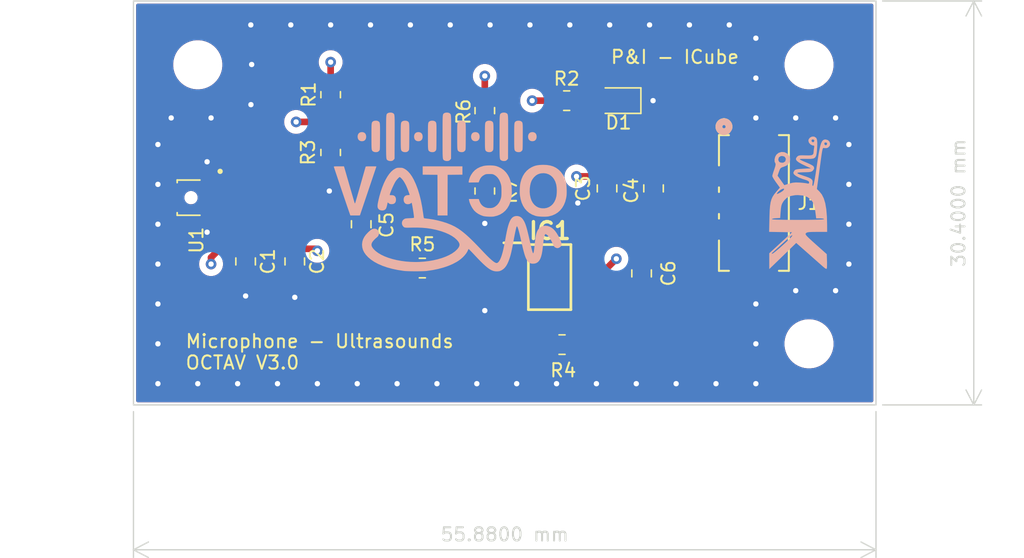
<source format=kicad_pcb>
(kicad_pcb (version 20241229) (generator "pcbnew") (generator_version "9.0")
  (layers (0 "F.Cu" signal) (4 "In1.Cu" signal) (6 "In2.Cu" signal) (2 "B.Cu" signal) (13 "F.Paste" user) (15 "B.Paste" user) (5 "F.SilkS" user "F.Silkscreen") (7 "B.SilkS" user "B.Silkscreen") (1 "F.Mask" user) (3 "B.Mask" user) (25 "Edge.Cuts" user))
  (net 0 "")
  (net 1 "Net-(U1-VDD)")
  (net 2 "GND")
  (net 3 "+5V")
  (net 4 "/Signal")
  (net 5 "Net-(C5-Pad2)")
  (net 6 "Net-(J1-Pin_3)")
  (net 7 "Net-(IC1-VOUT)")
  (net 10 "Net-(IC1-VIN+)")
  (net 11 "Net-(IC1-VIN-)")
  (net 13 "Net-(D1-A)")
  (footprint "LED_SMD:LED_0805_2012Metric" (layer "F.Cu") (at 172.6625 80.7 180)
    (property "Reference" "D1" (at 0 -1.65 0) (layer "F.SilkS"))
    (property "Value" "LED" (hide yes))
    (pad "1" smd roundrect (at -0.9375 0 180) (size 0.975 1.4) (layers "F.Cu" "F.Mask" "F.Paste") (net 2 "GND"))
    (pad "2" smd roundrect (at 0.9375 0 180) (size 0.975 1.4) (layers "F.Cu" "F.Mask" "F.Paste") (net 13 "Net-(D1-A)"))
  )
  (footprint "MountingHole:MountingHole_3.2mm_M3_ISO7380" (layer "F.Cu") (at 141 78)
    (property "Reference" "REF**" (hide yes))
    (property "Value" "MountingHole_3.2mm_M3_ISO7380" (hide yes))
    (pad "" np_thru_hole circle (at 0 0) (size 3.2 3.2) (drill 3.2) (layers "*.Cu" "*.Mask"))
  )
  (footprint "Capacitor_SMD:C_0805_2012Metric" (layer "F.Cu") (at 148.3 92.8 -90)
    (property "Reference" "C2" (at 0 -1.68 90) (layer "F.SilkS"))
    (property "Value" "1µF")
    (pad "1" smd roundrect (at -0.95 0 270) (size 1 1.45) (layers "F.Cu" "F.Mask" "F.Paste") (net 1 "Net-(U1-VDD)"))
    (pad "2" smd roundrect (at 0.95 0 270) (size 1 1.45) (layers "F.Cu" "F.Mask" "F.Paste") (net 2 "GND"))
  )
  (footprint "MCP6021-I_SN:SOIC127P600X175-8N" (layer "F.Cu") (at 167.48 93.98)
    (property "Reference" "IC1" (at 0.02 -3.48 0) (layer "F.SilkS") (effects (font (size 1.27 1.27) (thickness 0.254))))
    (property "Value" "MCP6021-I_SN" (hide yes))
    (pad "1" smd rect (at -2.7 -1.905 90) (size 0.65 1.5) (layers "F.Cu" "F.Mask" "F.Paste"))
    (pad "2" smd rect (at -2.7 -0.635 90) (size 0.65 1.5) (layers "F.Cu" "F.Mask" "F.Paste") (net 11 "Net-(IC1-VIN-)"))
    (pad "3" smd rect (at -2.7 0.635 90) (size 0.65 1.5) (layers "F.Cu" "F.Mask" "F.Paste") (net 10 "Net-(IC1-VIN+)"))
    (pad "4" smd rect (at -2.7 1.905 90) (size 0.65 1.5) (layers "F.Cu" "F.Mask" "F.Paste") (net 2 "GND"))
    (pad "5" smd rect (at 2.7 1.905 90) (size 0.65 1.5) (layers "F.Cu" "F.Mask" "F.Paste"))
    (pad "6" smd rect (at 2.7 0.635 90) (size 0.65 1.5) (layers "F.Cu" "F.Mask" "F.Paste") (net 7 "Net-(IC1-VOUT)"))
    (pad "7" smd rect (at 2.7 -0.635 90) (size 0.65 1.5) (layers "F.Cu" "F.Mask" "F.Paste") (net 3 "+5V"))
    (pad "8" smd rect (at 2.7 -1.905 90) (size 0.65 1.5) (layers "F.Cu" "F.Mask" "F.Paste"))
  )
  (footprint "Resistor_SMD:R_0805_2012Metric" (layer "F.Cu") (at 168.4125 99.06)
    (property "Reference" "R4" (at 0.0875 1.94 0) (layer "F.SilkS"))
    (property "Value" "1M" (hide yes))
    (pad "1" smd roundrect (at -0.9125 0) (size 1.025 1.4) (layers "F.Cu" "F.Mask" "F.Paste") (roundrect_rratio 0.243902439) (net 11 "Net-(IC1-VIN-)"))
    (pad "2" smd roundrect (at 0.9125 0) (size 1.025 1.4) (layers "F.Cu" "F.Mask" "F.Paste") (roundrect_rratio 0.243902439) (net 7 "Net-(IC1-VOUT)"))
  )
  (footprint "Capacitor_SMD:C_0805_2012Metric" (layer "F.Cu") (at 175.3 87.302401 -90)
    (property "Reference" "C4" (at 0.17 1.68 90) (layer "F.SilkS"))
    (property "Value" "100nF" (hide yes))
    (pad "1" smd roundrect (at -0.95 0 270) (size 1 1.45) (layers "F.Cu" "F.Mask" "F.Paste") (net 3 "+5V"))
    (pad "2" smd roundrect (at 0.95 0 270) (size 1 1.45) (layers "F.Cu" "F.Mask" "F.Paste") (net 2 "GND"))
  )
  (footprint "MountingHole:MountingHole_3.2mm_M3_ISO7380" (layer "F.Cu") (at 187 78)
    (property "Reference" "REF**" (hide yes))
    (property "Value" "MountingHole_3.2mm_M3_ISO7380" (hide yes))
    (pad "" np_thru_hole circle (at 0 0) (size 3.2 3.2) (drill 3.2) (layers "*.Cu" "*.Mask"))
  )
  (footprint "_OCTAV_footprint:CONN_B3B-PH-SM4-TB_03P_JST" (layer "F.Cu") (at 182.851964 88.400001 90)
    (property "Reference" "J1" (at 0 4.148036 0) (layer "F.SilkS"))
    (property "Value" "Conn_01x03_Socket" (hide yes))
    (pad "1" smd rect (at 2.000001 -2.251964 90) (size 0.9906 5.5118) (layers "F.Cu" "F.Mask" "F.Paste") (net 3 "+5V"))
    (pad "2" smd rect (at 0 -2.251964 90) (size 0.9906 5.5118) (layers "F.Cu" "F.Mask" "F.Paste") (net 2 "GND"))
    (pad "3" smd rect (at -2.000001 -2.251964 90) (size 0.9906 5.5118) (layers "F.Cu" "F.Mask" "F.Paste") (net 6 "Net-(J1-Pin_3)"))
    (pad "4" smd rect (at -4.399999 0 90) (size 1.7 3.0988) (layers "F.Cu" "F.Mask" "F.Paste"))
    (pad "5" smd rect (at 4.399999 0 90) (size 1.7 3.0988) (layers "F.Cu" "F.Mask" "F.Paste"))
  )
  (footprint "Capacitor_SMD:C_0805_2012Metric" (layer "F.Cu") (at 144.6 92.8 -90)
    (property "Reference" "C1" (at 0 -1.68 90) (layer "F.SilkS"))
    (property "Value" "100nF")
    (pad "1" smd roundrect (at -0.95 0 270) (size 1 1.45) (layers "F.Cu" "F.Mask" "F.Paste") (net 1 "Net-(U1-VDD)"))
    (pad "2" smd roundrect (at 0.95 0 270) (size 1 1.45) (layers "F.Cu" "F.Mask" "F.Paste") (net 2 "GND"))
  )
  (footprint "Resistor_SMD:R_0805_2012Metric" (layer "F.Cu") (at 157.9 93.3)
    (property "Reference" "R5" (at 0 -1.778 0) (layer "F.SilkS"))
    (property "Value" "18K" (hide yes))
    (pad "1" smd roundrect (at -0.9125 0) (size 1.025 1.4) (layers "F.Cu" "F.Mask" "F.Paste") (roundrect_rratio 0.243902439) (net 5 "Net-(C5-Pad2)"))
    (pad "2" smd roundrect (at 0.9125 0) (size 1.025 1.4) (layers "F.Cu" "F.Mask" "F.Paste") (roundrect_rratio 0.243902439) (net 11 "Net-(IC1-VIN-)"))
  )
  (footprint "Capacitor_SMD:C_0805_2012Metric" (layer "F.Cu") (at 171.8 87.302401 -90)
    (property "Reference" "C3" (at 0 1.8 90) (layer "F.SilkS"))
    (property "Value" "1µF")
    (pad "1" smd roundrect (at -0.95 0 270) (size 1 1.45) (layers "F.Cu" "F.Mask" "F.Paste") (net 3 "+5V"))
    (pad "2" smd roundrect (at 0.95 0 270) (size 1 1.45) (layers "F.Cu" "F.Mask" "F.Paste") (net 2 "GND"))
  )
  (footprint "Capacitor_SMD:C_0805_2012Metric" (layer "F.Cu") (at 174.4 93.7 90)
    (property "Reference" "C6" (at 0 2.02 90) (layer "F.SilkS"))
    (property "Value" "1µF" (hide yes))
    (pad "1" smd roundrect (at -0.95 0 90) (size 1 1.45) (layers "F.Cu" "F.Mask" "F.Paste") (net 7 "Net-(IC1-VOUT)"))
    (pad "2" smd roundrect (at 0.95 0 90) (size 1 1.45) (layers "F.Cu" "F.Mask" "F.Paste") (net 6 "Net-(J1-Pin_3)"))
  )
  (footprint "Resistor_SMD:R_0805_2012Metric" (layer "F.Cu") (at 168.7625 80.7)
    (property "Reference" "R2" (at 0 -1.65 0) (layer "F.SilkS"))
    (property "Value" "1k" (hide yes))
    (pad "1" smd roundrect (at -0.9125 0) (size 1.025 1.4) (layers "F.Cu" "F.Mask" "F.Paste") (roundrect_rratio 0.243902) (net 3 "+5V"))
    (pad "2" smd roundrect (at 0.9125 0) (size 1.025 1.4) (layers "F.Cu" "F.Mask" "F.Paste") (roundrect_rratio 0.243902) (net 13 "Net-(D1-A)"))
  )
  (footprint "Resistor_SMD:R_0805_2012Metric" (layer "F.Cu") (at 162.6 81.45 -90)
    (property "Reference" "R6" (at 0.09 1.6 90) (layer "F.SilkS"))
    (property "Value" "100K" (hide yes))
    (pad "1" smd roundrect (at -0.9125 0 270) (size 1.025 1.4) (layers "F.Cu" "F.Mask" "F.Paste") (roundrect_rratio 0.243902439) (net 3 "+5V"))
    (pad "2" smd roundrect (at 0.9125 0 270) (size 1.025 1.4) (layers "F.Cu" "F.Mask" "F.Paste") (roundrect_rratio 0.243902439) (net 10 "Net-(IC1-VIN+)"))
  )
  (footprint "Resistor_SMD:R_0805_2012Metric" (layer "F.Cu") (at 162.6 87.5 90)
    (property "Reference" "R7" (at 0 1.9 90) (layer "F.SilkS"))
    (property "Value" "100K" (hide yes))
    (pad "1" smd roundrect (at -0.9125 0 90) (size 1.025 1.4) (layers "F.Cu" "F.Mask" "F.Paste") (roundrect_rratio 0.243902439) (net 2 "GND"))
    (pad "2" smd roundrect (at 0.9125 0 90) (size 1.025 1.4) (layers "F.Cu" "F.Mask" "F.Paste") (roundrect_rratio 0.243902439) (net 10 "Net-(IC1-VIN+)"))
  )
  (footprint "Resistor_SMD:R_0805_2012Metric" (layer "F.Cu") (at 151 84.6 -90)
    (property "Reference" "R3" (at 0 1.7 270) (layer "F.SilkS"))
    (property "Value" "10K" (hide yes))
    (pad "1" smd roundrect (at -0.9125 0 270) (size 1.025 1.4) (layers "F.Cu" "F.Mask" "F.Paste") (roundrect_rratio 0.243902439) (net 1 "Net-(U1-VDD)"))
    (pad "2" smd roundrect (at 0.9125 0 270) (size 1.025 1.4) (layers "F.Cu" "F.Mask" "F.Paste") (roundrect_rratio 0.243902439) (net 2 "GND"))
  )
  (footprint "Resistor_SMD:R_0805_2012Metric" (layer "F.Cu") (at 151 80.25 90)
    (property "Reference" "R1" (at 0 -1.65 90) (layer "F.SilkS"))
    (property "Value" "4.7K" (hide yes))
    (pad "1" smd roundrect (at -0.9125 0 90) (size 1.025 1.4) (layers "F.Cu" "F.Mask" "F.Paste") (roundrect_rratio 0.243902439) (net 1 "Net-(U1-VDD)"))
    (pad "2" smd roundrect (at 0.9125 0 90) (size 1.025 1.4) (layers "F.Cu" "F.Mask" "F.Paste") (roundrect_rratio 0.243902439) (net 3 "+5V"))
  )
  (footprint "MountingHole:MountingHole_3.2mm_M3_ISO7380" (layer "F.Cu") (at 187 99)
    (property "Reference" "REF**" (hide yes))
    (property "Value" "MountingHole_3.2mm_M3_ISO7380" (hide yes))
    (pad "" np_thru_hole circle (at 0 0) (size 3.2 3.2) (drill 3.2) (layers "*.Cu" "*.Mask"))
  )
  (footprint "_OCTAV_footprint:MIC_IMP23ABSUTR" (layer "F.Cu") (at 141.2 88 -90)
    (property "Reference" "U1" (at 3.2 0.3 90) (layer "F.SilkS"))
    (property "Value" "IMP23ABSUTR")
    (pad "" np_thru_hole circle (at 0 0.71 270) (size 0.5 0.5) (drill 0.5) (layers "*.Cu" "*.Mask"))
    (pad "1" smd rect (at -0.8375 -1.364 270) (size 0.725 0.522) (layers "F.Cu" "F.Mask") (net 4 "/Signal"))
    (pad "2" smd rect (at -0.8375 -0.542 270) (size 0.725 0.522) (layers "F.Cu" "F.Mask") (net 2 "GND"))
    (pad "3_1" smd custom (at -0.65 0.71 270) (size 0.1 0.1) (layers "F.Cu") (net 2 "GND") (options (clearance outline) (anchor rect)) (primitives (gr_poly (pts (xy 0.65 0.8125) (xy 0.65 0.514) (xy 0.65 0.513) (xy 0.651 0.513) (xy 0.65 0.512) (xy 0.623 0.512) (xy 0.596 0.51) (xy 0.57 0.506) (xy 0.543 0.501) (xy 0.517 0.495) (xy 0.492 0.487) (xy 0.466 0.478) (xy 0.442 0.468) (xy 0.417 0.457) (xy 0.394 0.444) (xy 0.371 0.43) (xy 0.349 0.415) (xy 0.327 0.398) (xy 0.307 0.381) (xy 0.288 0.362) (xy 0.269 0.343) (xy 0.252 0.323) (xy 0.235 0.301) (xy 0.22 0.279) (xy 0.206 0.256) (xy 0.193 0.233) (xy 0.182 0.208) (xy 0.172 0.184) (xy 0.163 0.158) (xy 0.155 0.133) (xy 0.149 0.107) (xy 0.144 0.08) (xy 0.14 0.054) (xy 0.138 0.027) (xy 0.138 0) (xy 0.138 -0.027) (xy 0.14 -0.054) (xy 0.144 -0.08) (xy 0.149 -0.107) (xy 0.155 -0.133) (xy 0.163 -0.158) (xy 0.172 -0.184) (xy 0.182 -0.208) (xy 0.193 -0.233) (xy 0.206 -0.256) (xy 0.22 -0.279) (xy 0.235 -0.301) (xy 0.252 -0.323) (xy 0.269 -0.343) (xy 0.288 -0.362) (xy 0.307 -0.381) (xy 0.327 -0.398) (xy 0.349 -0.415) (xy 0.371 -0.43) (xy 0.394 -0.444) (xy 0.417 -0.457) (xy 0.442 -0.468) (xy 0.466 -0.478) (xy 0.492 -0.487) (xy 0.517 -0.495) (xy 0.543 -0.501) (xy 0.57 -0.506) (xy 0.596 -0.51) (xy 0.623 -0.512) (xy 0.65 -0.512) (xy 0.65 -0.812) (xy 0.607 -0.811) (xy 0.565 -0.808) (xy 0.523 -0.802) (xy 0.481 -0.795) (xy 0.44 -0.785) (xy 0.399 -0.773) (xy 0.359 -0.759) (xy 0.32 -0.742) (xy 0.281 -0.724) (xy 0.244 -0.704) (xy 0.207 -0.681) (xy 0.172 -0.657) (xy 0.139 -0.631) (xy 0.106 -0.604) (xy 0.075 -0.575) (xy 0.046 -0.544) (xy 0.019 -0.511) (xy -0.007 -0.478) (xy -0.031 -0.443) (xy -0.054 -0.406) (xy -0.074 -0.369) (xy -0.092 -0.33) (xy -0.109 -0.291) (xy -0.123 -0.251) (xy -0.135 -0.21) (xy -0.145 -0.169) (xy -0.152 -0.127) (xy -0.158 -0.085) (xy -0.161 -0.043) (xy -0.163 0) (xy -0.161 0.043) (xy -0.158 0.085) (xy -0.152 0.127) (xy -0.145 0.169) (xy -0.135 0.21) (xy -0.123 0.251) (xy -0.109 0.291) (xy -0.092 0.33) (xy -0.074 0.369) (xy -0.054 0.406) (xy -0.031 0.443) (xy -0.007 0.478) (xy 0.019 0.511) (xy 0.046 0.544) (xy 0.075 0.575) (xy 0.106 0.604) (xy 0.139 0.631) (xy 0.172 0.657) (xy 0.207 0.681) (xy 0.244 0.704) (xy 0.281 0.724) (xy 0.32 0.742) (xy 0.359 0.759) (xy 0.399 0.773) (xy 0.44 0.785) (xy 0.481 0.795) (xy 0.523 0.802) (xy 0.565 0.808) (xy 0.607 0.811) (xy 0.65 0.812) (xy 0.65 0.8125)) (width 0.01) (fill yes))))
    (pad "3_2" smd custom (at 0.65 0.71 270) (size 0.1 0.1) (layers "F.Cu") (net 2 "GND") (options (clearance outline) (anchor rect)) (primitives (gr_poly (pts (xy -0.65 0.8125) (xy -0.65 0.514) (xy -0.65 0.513) (xy -0.651 0.513) (xy -0.65 0.512) (xy -0.623 0.512) (xy -0.596 0.51) (xy -0.57 0.506) (xy -0.543 0.501) (xy -0.517 0.495) (xy -0.492 0.487) (xy -0.466 0.478) (xy -0.442 0.468) (xy -0.417 0.457) (xy -0.394 0.444) (xy -0.371 0.43) (xy -0.349 0.415) (xy -0.327 0.398) (xy -0.307 0.381) (xy -0.288 0.362) (xy -0.269 0.343) (xy -0.252 0.323) (xy -0.235 0.301) (xy -0.22 0.279) (xy -0.206 0.256) (xy -0.193 0.233) (xy -0.182 0.208) (xy -0.172 0.184) (xy -0.163 0.158) (xy -0.155 0.133) (xy -0.149 0.107) (xy -0.144 0.08) (xy -0.14 0.054) (xy -0.138 0.027) (xy -0.138 0) (xy -0.138 -0.027) (xy -0.14 -0.054) (xy -0.144 -0.08) (xy -0.149 -0.107) (xy -0.155 -0.133) (xy -0.163 -0.158) (xy -0.172 -0.184) (xy -0.182 -0.208) (xy -0.193 -0.233) (xy -0.206 -0.256) (xy -0.22 -0.279) (xy -0.235 -0.301) (xy -0.252 -0.323) (xy -0.269 -0.343) (xy -0.288 -0.362) (xy -0.307 -0.381) (xy -0.327 -0.398) (xy -0.349 -0.415) (xy -0.371 -0.43) (xy -0.394 -0.444) (xy -0.417 -0.457) (xy -0.442 -0.468) (xy -0.466 -0.478) (xy -0.492 -0.487) (xy -0.517 -0.495) (xy -0.543 -0.501) (xy -0.57 -0.506) (xy -0.596 -0.51) (xy -0.623 -0.512) (xy -0.65 -0.512) (xy -0.65 -0.812) (xy -0.607 -0.811) (xy -0.565 -0.808) (xy -0.523 -0.802) (xy -0.481 -0.795) (xy -0.44 -0.785) (xy -0.399 -0.773) (xy -0.359 -0.759) (xy -0.32 -0.742) (xy -0.281 -0.724) (xy -0.244 -0.704) (xy -0.207 -0.681) (xy -0.172 -0.657) (xy -0.139 -0.631) (xy -0.106 -0.604) (xy -0.075 -0.575) (xy -0.046 -0.544) (xy -0.019 -0.511) (xy 0.007 -0.478) (xy 0.031 -0.443) (xy 0.054 -0.406) (xy 0.074 -0.369) (xy 0.092 -0.33) (xy 0.109 -0.291) (xy 0.123 -0.251) (xy 0.135 -0.21) (xy 0.145 -0.169) (xy 0.152 -0.127) (xy 0.158 -0.085) (xy 0.161 -0.043) (xy 0.163 0) (xy 0.161 0.043) (xy 0.158 0.085) (xy 0.152 0.127) (xy 0.145 0.169) (xy 0.135 0.21) (xy 0.123 0.251) (xy 0.109 0.291) (xy 0.092 0.33) (xy 0.074 0.369) (xy 0.054 0.406) (xy 0.031 0.443) (xy 0.007 0.478) (xy -0.019 0.511) (xy -0.046 0.544) (xy -0.075 0.575) (xy -0.106 0.604) (xy -0.139 0.631) (xy -0.172 0.657) (xy -0.207 0.681) (xy -0.244 0.704) (xy -0.281 0.724) (xy -0.32 0.742) (xy -0.359 0.759) (xy -0.399 0.773) (xy -0.44 0.785) (xy -0.481 0.795) (xy -0.523 0.802) (xy -0.565 0.808) (xy -0.607 0.811) (xy -0.65 0.812) (xy -0.65 0.8125)) (width 0.01) (fill yes))))
    (pad "4" smd rect (at 0.8375 -0.542 270) (size 0.725 0.522) (layers "F.Cu" "F.Mask") (net 2 "GND"))
    (pad "5" smd rect (at 0.8375 -1.364 270) (size 0.725 0.522) (layers "F.Cu" "F.Mask") (net 1 "Net-(U1-VDD)"))
  )
  (footprint "Capacitor_SMD:C_0805_2012Metric" (layer "F.Cu") (at 153.3 90 -90)
    (property "Reference" "C5" (at 0.061 -1.905 90) (layer "F.SilkS"))
    (property "Value" "470nF" (hide yes))
    (pad "1" smd roundrect (at -0.95 0 270) (size 1 1.45) (layers "F.Cu" "F.Mask" "F.Paste") (net 4 "/Signal"))
    (pad "2" smd roundrect (at 0.95 0 270) (size 1 1.45) (layers "F.Cu" "F.Mask" "F.Paste") (net 5 "Net-(C5-Pad2)"))
  )
  (footprint "_OCTAV_footprint:Logo_OCTAV" (layer "B.Cu") (at 160.1 87.6 180)
    (property "Reference" "G***" (hide yes))
    (property "Value" "LOGO" (hide yes))
  )
  (footprint "_OCTAV_footprint:Logo_DK_10mm" (layer "B.Cu") (at 186.3 88.4 180)
    (property "Reference" "G***" (hide yes))
    (property "Value" "LOGO" (hide yes))
  )
  (gr_rect (start 136.16 73.2) (end 192.04 103.6) (stroke (width 0.1)) (fill no) (layer "Edge.Cuts"))
  (gr_text "Microphone - Ultrasounds\nOCTAV V3.0" (at 140 101 0) (layer "F.SilkS") (effects (font (size 1 1)) (justify left bottom)))
  (gr_text "P&I - ICube" (at 172 78 0) (layer "F.SilkS") (effects (font (size 1 1)) (justify left bottom)))
  (dimension (type orthogonal) (layer "Edge.Cuts") (pts (xy 192.04 103.6) (xy 136.16 103.6)) (height 10.9) (orientation 0) (format (prefix "") (suffix "") (units 3) (units_format 1) (precision 4)) (style (thickness 0.1) (arrow_length 1.27) (text_position_mode 0) (arrow_direction outward) (extension_height 0.58642) (extension_offset 0.5) (keep_text_aligned yes)) (gr_text "55,8800 mm" (at 164.1 113.35 0) (layer "Edge.Cuts") (effects (font (size 1 1) (thickness 0.15)))))
  (dimension (type orthogonal) (layer "Edge.Cuts") (pts (xy 192.04 103.6) (xy 192.04 73.2)) (height 7.36) (orientation 1) (format (prefix "") (suffix "") (units 3) (units_format 1) (precision 4)) (style (thickness 0.1) (arrow_length 1.27) (text_position_mode 0) (arrow_direction outward) (extension_height 0.58642) (extension_offset 0.5) (keep_text_aligned yes)) (gr_text "30,4000 mm" (at 198.25 88.4 90) (layer "Edge.Cuts") (effects (font (size 1 1) (thickness 0.15)))))
  (segment (start 142 93) (end 142 92.5) (width 0.5) (layer "F.Cu") (net 1))
  (segment (start 144.0375 88.8375) (end 142.564 88.8375) (width 0.5) (layer "F.Cu") (net 1))
  (segment (start 144.6 89.4) (end 144.0375 88.8375) (width 0.5) (layer "F.Cu") (net 1))
  (segment (start 142 92.5) (end 142.65 91.85) (width 0.5) (layer "F.Cu") (net 1))
  (segment (start 148.3 91.85) (end 149.85 91.85) (width 0.5) (layer "F.Cu") (net 1))
  (segment (start 144.6 91.85) (end 144.6 89.4) (width 0.5) (layer "F.Cu") (net 1))
  (segment (start 151 81.1625) (end 151 82.3) (width 0.5) (layer "F.Cu") (net 1))
  (segment (start 148.3 91.85) (end 144.6 91.85) (width 0.5) (layer "F.Cu") (net 1))
  (segment (start 149.85 91.85) (end 150 92) (width 0.5) (layer "F.Cu") (net 1))
  (segment (start 151 82.3) (end 148.4 82.3) (width 0.5) (layer "F.Cu") (net 1))
  (segment (start 151 82.3) (end 151 83.6875) (width 0.5) (layer "F.Cu") (net 1))
  (segment (start 142.65 91.85) (end 144.6 91.85) (width 0.5) (layer "F.Cu") (net 1))
  (via (at 148.4 82.3) (size 0.8) (drill 0.4) (layers "F.Cu" "B.Cu") (net 1))
  (via (at 150 92) (size 0.8) (drill 0.4) (layers "F.Cu" "B.Cu") (net 1))
  (via (at 142 93) (size 0.8) (drill 0.4) (layers "F.Cu" "B.Cu") (net 1))
  (segment (start 140.891 87.249) (end 140.49 87.249) (width 0.5) (layer "F.Cu") (net 2))
  (segment (start 162.6 96.4) (end 162.6 96.5) (width 0.5) (layer "F.Cu") (net 2))
  (segment (start 163.115 95.885) (end 162.6 96.4) (width 0.5) (layer "F.Cu") (net 2))
  (segment (start 180.6 88.400001) (end 169.6024 88.400001) (width 0.5) (layer "F.Cu") (net 2))
  (segment (start 148.3 93.75) (end 148.3 95.5) (width 0.5) (layer "F.Cu") (net 2))
  (segment (start 141.742 88.8375) (end 141.742 88.1) (width 0.5) (layer "F.Cu") (net 2))
  (segment (start 144.6 93.75) (end 148.3 93.75) (width 0.5) (layer "F.Cu") (net 2))
  (segment (start 141.742 87.1625) (end 141.742 85.342) (width 0.5) (layer "F.Cu") (net 2))
  (segment (start 164.78 95.885) (end 164.885 95.885) (width 0.5) (layer "F.Cu") (net 2))
  (segment (start 141.742 88.1) (end 141.742 87.1625) (width 0.5) (layer "F.Cu") (net 2))
  (segment (start 141.742 88.8375) (end 141.742 90.558) (width 0.5) (layer "F.Cu") (net 2))
  (segment (start 164.78 95.885) (end 163.115 95.885) (width 0.5) (layer "F.Cu") (net 2))
  (segment (start 162.6 88.4125) (end 162.6 89.94) (width 0.5) (layer "F.Cu") (net 2))
  (segment (start 141.742 90.558) (end 141.7 90.6) (width 0.5) (layer "F.Cu") (net 2))
  (segment (start 141.091 88.751) (end 140.49 88.751) (width 0.5) (layer "F.Cu") (net 2))
  (segment (start 164.885 95.885) (end 165 96) (width 0.5) (layer "F.Cu") (net 2))
  (segment (start 144.6 93.75) (end 144.6 95.4) (width 0.5) (layer "F.Cu") (net 2))
  (segment (start 151 87.4) (end 150.9 87.5) (width 0.5) (layer "F.Cu") (net 2))
  (segment (start 151 85.5125) (end 151 87.4) (width 0.5) (layer "F.Cu") (net 2))
  (segment (start 141.742 85.342) (end 141.7 85.3) (width 0.5) (layer "F.Cu") (net 2))
  (segment (start 141.742 88.1) (end 140.891 87.249) (width 0.5) (layer "F.Cu") (net 2))
  (segment (start 169.6024 88.400001) (end 169.6 88.402401) (width 0.5) (layer "F.Cu") (net 2))
  (segment (start 141.742 88.1) (end 141.091 88.751) (width 0.5) (layer "F.Cu") (net 2))
  (segment (start 173.6 80.7) (end 175.2625 80.7) (width 0.5) (layer "F.Cu") (net 2))
  (via (at 144 102) (size 0.8) (drill 0.4) (layers "F.Cu" "B.Cu") (net 2))
  (via (at 189 95) (size 0.8) (drill 0.4) (layers "F.Cu" "B.Cu") (net 2))
  (via (at 162.6 96.5) (size 0.8) (drill 0.4) (layers "F.Cu" "B.Cu") (net 2))
  (via (at 145.055807 77.979091) (size 0.8) (drill 0.4) (layers "F.Cu" "B.Cu") (net 2))
  (via (at 181 75) (size 0.8) (drill 0.4) (layers "F.Cu" "B.Cu") (net 2))
  (via (at 186 95) (size 0.8) (drill 0.4) (layers "F.Cu" "B.Cu") (net 2))
  (via (at 163 75) (size 0.8) (drill 0.4) (layers "F.Cu" "B.Cu") (net 2))
  (via (at 147 102) (size 0.8) (drill 0.4) (layers "F.Cu" "B.Cu") (net 2))
  (via (at 150.9 87.5) (size 0.8) (drill 0.4) (layers "F.Cu" "B.Cu") (net 2))
  (via (at 183 99) (size 0.8) (drill 0.4) (layers "F.Cu" "B.Cu") (net 2))
  (via (at 141.7 90.6) (size 0.8) (drill 0.4) (layers "F.Cu" "B.Cu") (net 2))
  (via (at 144.6 95.4) (size 0.8) (drill 0.4) (layers "F.Cu" "B.Cu") (net 2))
  (via (at 154 75) (size 0.8) (drill 0.4) (layers "F.Cu" "B.Cu") (net 2))
  (via (at 183 79) (size 0.8) (drill 0.4) (layers "F.Cu" "B.Cu") (net 2))
  (via (at 183 96) (size 0.8) (drill 0.4) (layers "F.Cu" "B.Cu") (net 2))
  (via (at 138 96) (size 0.8) (drill 0.4) (layers "F.Cu" "B.Cu") (net 2))
  (via (at 144.99069 74.999999) (size 0.8) (drill 0.4) (layers "F.Cu" "B.Cu") (net 2))
  (via (at 165 102) (size 0.8) (drill 0.4) (layers "F.Cu" "B.Cu") (net 2))
  (via (at 138 93) (size 0.8) (drill 0.4) (layers "F.Cu" "B.Cu") (net 2))
  (via (at 148 75) (size 0.8) (drill 0.4) (layers "F.Cu" "B.Cu") (net 2))
  (via (at 162.6 89.94) (size 0.8) (drill 0.4) (layers "F.Cu" "B.Cu") (net 2))
  (via (at 138 87) (size 0.8) (drill 0.4) (layers "F.Cu" "B.Cu") (net 2))
  (via (at 183 102) (size 0.8) (drill 0.4) (layers "F.Cu" "B.Cu") (net 2))
  (via (at 180 102) (size 0.8) (drill 0.4) (layers "F.Cu" "B.Cu") (net 2))
  (via (at 151 75) (size 0.8) (drill 0.4) (layers "F.Cu" "B.Cu") (net 2))
  (via (at 178 75) (size 0.8) (drill 0.4) (layers "F.Cu" "B.Cu") (net 2))
  (via (at 162 102) (size 0.8) (drill 0.4) (layers "F.Cu" "B.Cu") (net 2))
  (via (at 141.7 85.3) (size 0.8) (drill 0.4) (layers "F.Cu" "B.Cu") (net 2))
  (via (at 157 75) (size 0.8) (drill 0.4) (layers "F.Cu" "B.Cu") (net 2))
  (via (at 141 102) (size 0.8) (drill 0.4) (layers "F.Cu" "B.Cu") (net 2))
  (via (at 174 102) (size 0.8) (drill 0.4) (layers "F.Cu" "B.Cu") (net 2))
  (via (at 190 87) (size 0.8) (drill 0.4) (layers "F.Cu" "B.Cu") (net 2))
  (via (at 169 75) (size 0.8) (drill 0.4) (layers "F.Cu" "B.Cu") (net 2))
  (via (at 145 81) (size 0.8) (drill 0.4) (layers "F.Cu" "B.Cu") (net 2))
  (via (at 139 82) (size 0.8) (drill 0.4) (layers "F.Cu" "B.Cu") (net 2))
  (via (at 138 102) (size 0.8) (drill 0.4) (layers "F.Cu" "B.Cu") (net 2))
  (via (at 175 75) (size 0.8) (drill 0.4) (layers "F.Cu" "B.Cu") (net 2))
  (via (at 156 102) (size 0.8) (drill 0.4) (layers "F.Cu" "B.Cu") (net 2))
  (via (at 190 90) (size 0.8) (drill 0.4) (layers "F.Cu" "B.Cu") (net 2))
  (via (at 142 82) (size 0.8) (drill 0.4) (layers "F.Cu" "B.Cu") (net 2))
  (via (at 186 82) (size 0.8) (drill 0.4) (layers "F.Cu" "B.Cu") (net 2))
  (via (at 175.2625 80.7) (size 0.8) (drill 0.4) (layers "F.Cu" "B.Cu") (net 2))
  (via (at 138 99) (size 0.8) (drill 0.4) (layers "F.Cu" "B.Cu") (net 2))
  (via (at 160 75) (size 0.8) (drill 0.4) (layers "F.Cu" "B.Cu") (net 2))
  (via (at 177 102) (size 0.8) (drill 0.4) (layers "F.Cu" "B.Cu") (net 2))
  (via (at 183 76) (size 0.8) (drill 0.4) (layers "F.Cu" "B.Cu") (net 2))
  (via (at 171 102) (size 0.8) (drill 0.4) (layers "F.Cu" "B.Cu") (net 2))
  (via (at 150 102) (size 0.8) (drill 0.4) (layers "F.Cu" "B.Cu") (net 2))
  (via (at 138 84) (size 0.8) (drill 0.4) (layers "F.Cu" "B.Cu") (net 2))
  (via (at 190 84) (size 0.8) (drill 0.4) (layers "F.Cu" "B.Cu") (net 2))
  (via (at 148.3 95.5) (size 0.8) (drill 0.4) (layers "F.Cu" "B.Cu") (net 2))
  (via (at 168 102) (size 0.8) (drill 0.4) (layers "F.Cu" "B.Cu") (net 2))
  (via (at 166 75) (size 0.8) (drill 0.4) (layers "F.Cu" "B.Cu") (net 2))
  (via (at 159 102) (size 0.8) (drill 0.4) (layers "F.Cu" "B.Cu") (net 2))
  (via (at 190 93) (size 0.8) (drill 0.4) (layers "F.Cu" "B.Cu") (net 2))
  (via (at 138 90) (size 0.8) (drill 0.4) (layers "F.Cu" "B.Cu") (net 2))
  (via (at 189 82) (size 0.8) (drill 0.4) (layers "F.Cu" "B.Cu") (net 2))
  (via (at 169.6 88.402401) (size 0.8) (drill 0.4) (layers "F.Cu" "B.Cu") (net 2))
  (via (at 153 102) (size 0.8) (drill 0.4) (layers "F.Cu" "B.Cu") (net 2))
  (via (at 172 75) (size 0.8) (drill 0.4) (layers "F.Cu" "B.Cu") (net 2))
  (via (at 183 82) (size 0.8) (drill 0.4) (layers "F.Cu" "B.Cu") (net 2))
  (segment (start 180.6 86.4) (end 169.502401 86.4) (width 0.5) (layer "F.Cu") (net 3))
  (segment (start 169.502401 86.4) (end 169.5 86.402401) (width 0.5) (layer "F.Cu") (net 3))
  (segment (start 151 79.3375) (end 151 77.8) (width 0.5) (layer "F.Cu") (net 3))
  (segment (start 167.85 80.7) (end 166.1625 80.7) (width 0.5) (layer "F.Cu") (net 3))
  (segment (start 171.755 93.345) (end 172.5 92.6) (width 0.5) (layer "F.Cu") (net 3))
  (segment (start 162.6 80.5375) (end 162.6 78.84) (width 0.5) (layer "F.Cu") (net 3))
  (segment (start 170.18 93.345) (end 171.755 93.345) (width 0.5) (layer "F.Cu") (net 3))
  (via (at 162.6 78.84) (size 0.8) (drill 0.4) (layers "F.Cu" "B.Cu") (net 3))
  (via (at 151 77.8) (size 0.8) (drill 0.4) (layers "F.Cu" "B.Cu") (net 3))
  (via (at 172.5 92.6) (size 0.8) (drill 0.4) (layers "F.Cu" "B.Cu") (net 3))
  (via (at 169.5 86.402401) (size 0.8) (drill 0.4) (layers "F.Cu" "B.Cu") (net 3))
  (via (at 166.1625 80.7) (size 0.8) (drill 0.4) (layers "F.Cu" "B.Cu") (net 3))
  (segment (start 149.55 89.05) (end 147.6625 87.1625) (width 0.5) (layer "F.Cu") (net 4))
  (segment (start 153.3 89.05) (end 149.55 89.05) (width 0.5) (layer "F.Cu") (net 4))
  (segment (start 147.6625 87.1625) (end 142.564 87.1625) (width 0.5) (layer "F.Cu") (net 4))
  (segment (start 156.9875 93.3) (end 153.9 93.3) (width 0.5) (layer "F.Cu") (net 5))
  (segment (start 153.3 92.7) (end 153.3 90.95) (width 0.5) (layer "F.Cu") (net 5))
  (segment (start 153.9 93.3) (end 153.3 92.7) (width 0.5) (layer "F.Cu") (net 5))
  (segment (start 175.399998 90.400002) (end 180.6 90.400002) (width 0.5) (layer "F.Cu") (net 6))
  (segment (start 174.4 92.75) (end 174.4 91.4) (width 0.5) (layer "F.Cu") (net 6))
  (segment (start 174.4 91.4) (end 175.399998 90.400002) (width 0.5) (layer "F.Cu") (net 6))
  (segment (start 174.3 94.75) (end 174.4 94.65) (width 0.5) (layer "F.Cu") (net 7))
  (segment (start 169.325 99.06) (end 170.94 99.06) (width 0.5) (layer "F.Cu") (net 7))
  (segment (start 174.4 94.65) (end 174.365 94.615) (width 0.5) (layer "F.Cu") (net 7))
  (segment (start 170.94 99.06) (end 174.3 95.7) (width 0.5) (layer "F.Cu") (net 7))
  (segment (start 174.3 95.7) (end 174.3 94.75) (width 0.5) (layer "F.Cu") (net 7))
  (segment (start 174.365 94.615) (end 170.18 94.615) (width 0.5) (layer "F.Cu") (net 7))
  (segment (start 164.78 94.615) (end 166.03 94.615) (width 0.5) (layer "F.Cu") (net 10))
  (segment (start 167 93.645) (end 167 89.2) (width 0.5) (layer "F.Cu") (net 10))
  (segment (start 164.3875 86.5875) (end 162.6 86.5875) (width 0.5) (layer "F.Cu") (net 10))
  (segment (start 162.6 82.3625) (end 162.6 86.5875) (width 0.5) (layer "F.Cu") (net 10))
  (segment (start 166.03 94.615) (end 167 93.645) (width 0.5) (layer "F.Cu") (net 10))
  (segment (start 162.5475 86.64) (end 162.6 86.5875) (width 0.5) (layer "F.Cu") (net 10))
  (segment (start 167 89.2) (end 164.3875 86.5875) (width 0.5) (layer "F.Cu") (net 10))
  (segment (start 158.8125 95.0125) (end 158.8125 93.3) (width 0.5) (layer "F.Cu") (net 11))
  (segment (start 158.8575 93.345) (end 158.8125 93.3) (width 0.5) (layer "F.Cu") (net 11))
  (segment (start 167.5 99.06) (end 162.86 99.06) (width 0.5) (layer "F.Cu") (net 11))
  (segment (start 162.86 99.06) (end 158.8125 95.0125) (width 0.5) (layer "F.Cu") (net 11))
  (segment (start 164.78 93.345) (end 158.8575 93.345) (width 0.5) (layer "F.Cu") (net 11))
  (segment (start 171.725 80.7) (end 169.675 80.7) (width 0.5) (layer "F.Cu") (net 13))
  (zone (net 2) (net_name "GND") (layers "F.Cu" "B.Cu" "In1.Cu") (connect_pads (clearance 0.5)) (min_thickness 0.25) (fill yes (thermal_gap 0.5) (thermal_bridge_width 0.5))
    (polygon (pts (xy 136.2 73.2) (xy 192 73.2) (xy 192 103.6) (xy 136.2 103.6)))
  )
)
</source>
